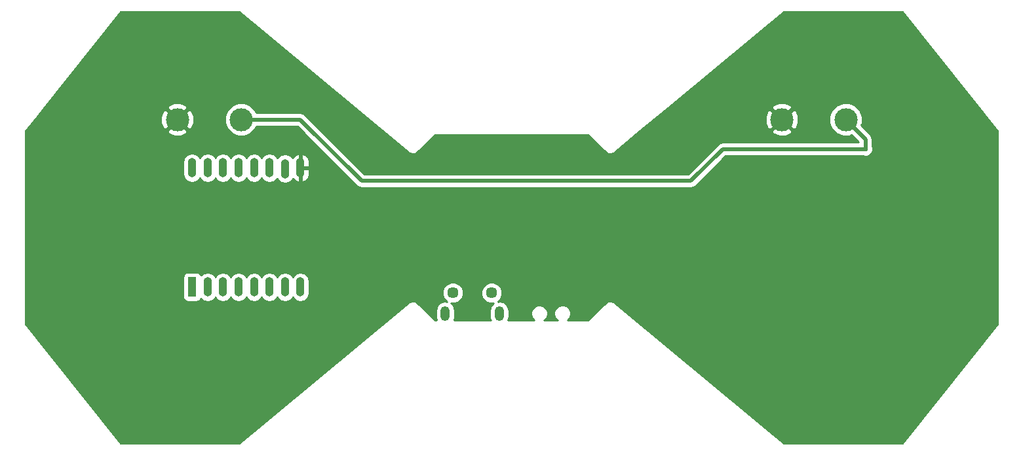
<source format=gbl>
G04 #@! TF.FileFunction,Copper,L2,Bot,Signal*
%FSLAX46Y46*%
G04 Gerber Fmt 4.6, Leading zero omitted, Abs format (unit mm)*
G04 Created by KiCad (PCBNEW 4.0.5) date Sunday, March 11, 2018 'PMt' 06:28:43 PM*
%MOMM*%
%LPD*%
G01*
G04 APERTURE LIST*
%ADD10C,0.100000*%
%ADD11C,1.450000*%
%ADD12O,1.200000X1.900000*%
%ADD13R,1.100000X2.500000*%
%ADD14O,1.100000X2.500000*%
%ADD15C,3.000000*%
%ADD16C,0.600000*%
%ADD17C,0.500000*%
%ADD18C,0.254000*%
G04 APERTURE END LIST*
D10*
D11*
X68620000Y-49720000D03*
X73620000Y-49720000D03*
D12*
X67620000Y-52420000D03*
X74620000Y-52420000D03*
D13*
X34925000Y-48960000D03*
D14*
X36925000Y-48960000D03*
X38925000Y-48960000D03*
X40925000Y-48960000D03*
X42925000Y-48960000D03*
X44925000Y-48960000D03*
X46925000Y-48960000D03*
X48925000Y-48960000D03*
X48925000Y-33560000D03*
X46925000Y-33660000D03*
X44925000Y-33560000D03*
X42925000Y-33560000D03*
X40925000Y-33560000D03*
X38925000Y-33560000D03*
X36925000Y-33560000D03*
X34925000Y-33560000D03*
D15*
X111125000Y-27305000D03*
X33020000Y-27305000D03*
X119380000Y-27305000D03*
X41275000Y-27305000D03*
D16*
X121920000Y-41910000D03*
X109220000Y-43180000D03*
X93980000Y-53340000D03*
X121920000Y-31115000D03*
D17*
X41275000Y-30480000D02*
X36195000Y-30480000D01*
X99377500Y-37782500D02*
X103505000Y-41910000D01*
X99377500Y-37782500D02*
X57150000Y-37782500D01*
X121920000Y-41910000D02*
X103505000Y-41910000D01*
X49530000Y-30480000D02*
X41275000Y-30480000D01*
X56832500Y-37782500D02*
X49530000Y-30480000D01*
X57150000Y-37782500D02*
X56832500Y-37782500D01*
X36195000Y-30480000D02*
X33020000Y-27305000D01*
X124460000Y-39370000D02*
X124460000Y-26670000D01*
X121920000Y-41910000D02*
X124460000Y-39370000D01*
X114300000Y-24130000D02*
X111125000Y-27305000D01*
X121920000Y-24130000D02*
X114300000Y-24130000D01*
X124460000Y-26670000D02*
X121920000Y-24130000D01*
X106045000Y-46355000D02*
X100965000Y-46355000D01*
X109220000Y-43180000D02*
X106045000Y-46355000D01*
X100965000Y-46355000D02*
X93980000Y-53340000D01*
X58102500Y-35242500D02*
X56832500Y-35242500D01*
X121920000Y-31115000D02*
X103505000Y-31115000D01*
X62547500Y-35242500D02*
X99377500Y-35242500D01*
X99377500Y-35242500D02*
X103505000Y-31115000D01*
X62547500Y-35242500D02*
X58102500Y-35242500D01*
X48895000Y-27305000D02*
X41275000Y-27305000D01*
X56832500Y-35242500D02*
X48895000Y-27305000D01*
X121920000Y-31115000D02*
X121920000Y-29845000D01*
X121920000Y-29845000D02*
X119380000Y-27305000D01*
D18*
G36*
X63062958Y-31642465D02*
X63152876Y-31691071D01*
X63237862Y-31747857D01*
X63269607Y-31754171D01*
X63298078Y-31769562D01*
X63399746Y-31780058D01*
X63500000Y-31800000D01*
X63531745Y-31793685D01*
X63563938Y-31797009D01*
X63661887Y-31767798D01*
X63762138Y-31747857D01*
X63789049Y-31729876D01*
X63820065Y-31720626D01*
X63899381Y-31656154D01*
X63984368Y-31599368D01*
X66323736Y-29260000D01*
X86076264Y-29260000D01*
X88415632Y-31599368D01*
X88500619Y-31656154D01*
X88579935Y-31720626D01*
X88610951Y-31729876D01*
X88637862Y-31747857D01*
X88738109Y-31767797D01*
X88836062Y-31797009D01*
X88868258Y-31793685D01*
X88900000Y-31799999D01*
X89000247Y-31780059D01*
X89101922Y-31769562D01*
X89130394Y-31754171D01*
X89162138Y-31747857D01*
X89247124Y-31691071D01*
X89337042Y-31642465D01*
X92744708Y-28818970D01*
X109790635Y-28818970D01*
X109950418Y-29137739D01*
X110741187Y-29447723D01*
X111590387Y-29431497D01*
X112299582Y-29137739D01*
X112459365Y-28818970D01*
X111125000Y-27484605D01*
X109790635Y-28818970D01*
X92744708Y-28818970D01*
X95035136Y-26921187D01*
X108982277Y-26921187D01*
X108998503Y-27770387D01*
X109292261Y-28479582D01*
X109611030Y-28639365D01*
X110945395Y-27305000D01*
X111304605Y-27305000D01*
X112638970Y-28639365D01*
X112957739Y-28479582D01*
X113267723Y-27688813D01*
X113251497Y-26839613D01*
X112957739Y-26130418D01*
X112638970Y-25970635D01*
X111304605Y-27305000D01*
X110945395Y-27305000D01*
X109611030Y-25970635D01*
X109292261Y-26130418D01*
X108982277Y-26921187D01*
X95035136Y-26921187D01*
X96399118Y-25791030D01*
X109790635Y-25791030D01*
X111125000Y-27125395D01*
X112459365Y-25791030D01*
X112299582Y-25472261D01*
X111508813Y-25162277D01*
X110659613Y-25178503D01*
X109950418Y-25472261D01*
X109790635Y-25791030D01*
X96399118Y-25791030D01*
X111371914Y-13385000D01*
X126670772Y-13385000D01*
X139015000Y-28815285D01*
X139015000Y-53734715D01*
X126670772Y-69165000D01*
X111371914Y-69165000D01*
X89337042Y-50907535D01*
X89247124Y-50858929D01*
X89162138Y-50802143D01*
X89130394Y-50795829D01*
X89101922Y-50780438D01*
X89000247Y-50769941D01*
X88900000Y-50750001D01*
X88868258Y-50756315D01*
X88836062Y-50752991D01*
X88738109Y-50782203D01*
X88637862Y-50802143D01*
X88610951Y-50820124D01*
X88579935Y-50829374D01*
X88500619Y-50893846D01*
X88415632Y-50950632D01*
X86076264Y-53290000D01*
X83424207Y-53290000D01*
X83699282Y-53015405D01*
X83864811Y-52616767D01*
X83865188Y-52185127D01*
X83700354Y-51786200D01*
X83395405Y-51480718D01*
X82996767Y-51315189D01*
X82565127Y-51314812D01*
X82166200Y-51479646D01*
X81860718Y-51784595D01*
X81695189Y-52183233D01*
X81694812Y-52614873D01*
X81859646Y-53013800D01*
X82135364Y-53290000D01*
X80424207Y-53290000D01*
X80699282Y-53015405D01*
X80864811Y-52616767D01*
X80865188Y-52185127D01*
X80700354Y-51786200D01*
X80395405Y-51480718D01*
X79996767Y-51315189D01*
X79565127Y-51314812D01*
X79166200Y-51479646D01*
X78860718Y-51784595D01*
X78695189Y-52183233D01*
X78694812Y-52614873D01*
X78859646Y-53013800D01*
X79135364Y-53290000D01*
X75750077Y-53290000D01*
X75760991Y-53273666D01*
X75855000Y-52801052D01*
X75855000Y-52038948D01*
X75760991Y-51566334D01*
X75493277Y-51165671D01*
X75092614Y-50897957D01*
X74620000Y-50803948D01*
X74419148Y-50843900D01*
X74772280Y-50491384D01*
X74979763Y-49991708D01*
X74980236Y-49450666D01*
X74773624Y-48950628D01*
X74391384Y-48567720D01*
X73891708Y-48360237D01*
X73350666Y-48359764D01*
X72850628Y-48566376D01*
X72467720Y-48948616D01*
X72260237Y-49448292D01*
X72259764Y-49989334D01*
X72466376Y-50489372D01*
X72848616Y-50872280D01*
X73348292Y-51079763D01*
X73874605Y-51080223D01*
X73746723Y-51165671D01*
X73479009Y-51566334D01*
X73385000Y-52038948D01*
X73385000Y-52801052D01*
X73479009Y-53273666D01*
X73489923Y-53290000D01*
X68750077Y-53290000D01*
X68760991Y-53273666D01*
X68855000Y-52801052D01*
X68855000Y-52038948D01*
X68760991Y-51566334D01*
X68493277Y-51165671D01*
X68364728Y-51079777D01*
X68889334Y-51080236D01*
X69389372Y-50873624D01*
X69772280Y-50491384D01*
X69979763Y-49991708D01*
X69980236Y-49450666D01*
X69773624Y-48950628D01*
X69391384Y-48567720D01*
X68891708Y-48360237D01*
X68350666Y-48359764D01*
X67850628Y-48566376D01*
X67467720Y-48948616D01*
X67260237Y-49448292D01*
X67259764Y-49989334D01*
X67466376Y-50489372D01*
X67820145Y-50843759D01*
X67620000Y-50803948D01*
X67147386Y-50897957D01*
X66746723Y-51165671D01*
X66479009Y-51566334D01*
X66385000Y-52038948D01*
X66385000Y-52801052D01*
X66479009Y-53273666D01*
X66489923Y-53290000D01*
X66323736Y-53290000D01*
X63984368Y-50950632D01*
X63899381Y-50893846D01*
X63820065Y-50829374D01*
X63789049Y-50820124D01*
X63762138Y-50802143D01*
X63661887Y-50782202D01*
X63563938Y-50752991D01*
X63531745Y-50756315D01*
X63500000Y-50750000D01*
X63399746Y-50769942D01*
X63298078Y-50780438D01*
X63269607Y-50795829D01*
X63237862Y-50802143D01*
X63152876Y-50858929D01*
X63062958Y-50907535D01*
X41028086Y-69165000D01*
X25729228Y-69165000D01*
X13385000Y-53734715D01*
X13385000Y-47710000D01*
X33727560Y-47710000D01*
X33727560Y-50210000D01*
X33771838Y-50445317D01*
X33910910Y-50661441D01*
X34123110Y-50806431D01*
X34375000Y-50857440D01*
X35475000Y-50857440D01*
X35710317Y-50813162D01*
X35926441Y-50674090D01*
X36054694Y-50486385D01*
X36087078Y-50534851D01*
X36471520Y-50791726D01*
X36925000Y-50881929D01*
X37378480Y-50791726D01*
X37762922Y-50534851D01*
X37925000Y-50292283D01*
X38087078Y-50534851D01*
X38471520Y-50791726D01*
X38925000Y-50881929D01*
X39378480Y-50791726D01*
X39762922Y-50534851D01*
X39925000Y-50292283D01*
X40087078Y-50534851D01*
X40471520Y-50791726D01*
X40925000Y-50881929D01*
X41378480Y-50791726D01*
X41762922Y-50534851D01*
X41925000Y-50292283D01*
X42087078Y-50534851D01*
X42471520Y-50791726D01*
X42925000Y-50881929D01*
X43378480Y-50791726D01*
X43762922Y-50534851D01*
X43925000Y-50292283D01*
X44087078Y-50534851D01*
X44471520Y-50791726D01*
X44925000Y-50881929D01*
X45378480Y-50791726D01*
X45762922Y-50534851D01*
X45925000Y-50292283D01*
X46087078Y-50534851D01*
X46471520Y-50791726D01*
X46925000Y-50881929D01*
X47378480Y-50791726D01*
X47762922Y-50534851D01*
X47925000Y-50292283D01*
X48087078Y-50534851D01*
X48471520Y-50791726D01*
X48925000Y-50881929D01*
X49378480Y-50791726D01*
X49762922Y-50534851D01*
X50019797Y-50150409D01*
X50110000Y-49696929D01*
X50110000Y-48223071D01*
X50019797Y-47769591D01*
X49762922Y-47385149D01*
X49378480Y-47128274D01*
X48925000Y-47038071D01*
X48471520Y-47128274D01*
X48087078Y-47385149D01*
X47925000Y-47627717D01*
X47762922Y-47385149D01*
X47378480Y-47128274D01*
X46925000Y-47038071D01*
X46471520Y-47128274D01*
X46087078Y-47385149D01*
X45925000Y-47627717D01*
X45762922Y-47385149D01*
X45378480Y-47128274D01*
X44925000Y-47038071D01*
X44471520Y-47128274D01*
X44087078Y-47385149D01*
X43925000Y-47627717D01*
X43762922Y-47385149D01*
X43378480Y-47128274D01*
X42925000Y-47038071D01*
X42471520Y-47128274D01*
X42087078Y-47385149D01*
X41925000Y-47627717D01*
X41762922Y-47385149D01*
X41378480Y-47128274D01*
X40925000Y-47038071D01*
X40471520Y-47128274D01*
X40087078Y-47385149D01*
X39925000Y-47627717D01*
X39762922Y-47385149D01*
X39378480Y-47128274D01*
X38925000Y-47038071D01*
X38471520Y-47128274D01*
X38087078Y-47385149D01*
X37925000Y-47627717D01*
X37762922Y-47385149D01*
X37378480Y-47128274D01*
X36925000Y-47038071D01*
X36471520Y-47128274D01*
X36087078Y-47385149D01*
X36053187Y-47435871D01*
X35939090Y-47258559D01*
X35726890Y-47113569D01*
X35475000Y-47062560D01*
X34375000Y-47062560D01*
X34139683Y-47106838D01*
X33923559Y-47245910D01*
X33778569Y-47458110D01*
X33727560Y-47710000D01*
X13385000Y-47710000D01*
X13385000Y-32823071D01*
X33740000Y-32823071D01*
X33740000Y-34296929D01*
X33830203Y-34750409D01*
X34087078Y-35134851D01*
X34471520Y-35391726D01*
X34925000Y-35481929D01*
X35378480Y-35391726D01*
X35762922Y-35134851D01*
X35925000Y-34892283D01*
X36087078Y-35134851D01*
X36471520Y-35391726D01*
X36925000Y-35481929D01*
X37378480Y-35391726D01*
X37762922Y-35134851D01*
X37925000Y-34892283D01*
X38087078Y-35134851D01*
X38471520Y-35391726D01*
X38925000Y-35481929D01*
X39378480Y-35391726D01*
X39762922Y-35134851D01*
X39925000Y-34892283D01*
X40087078Y-35134851D01*
X40471520Y-35391726D01*
X40925000Y-35481929D01*
X41378480Y-35391726D01*
X41762922Y-35134851D01*
X41925000Y-34892283D01*
X42087078Y-35134851D01*
X42471520Y-35391726D01*
X42925000Y-35481929D01*
X43378480Y-35391726D01*
X43762922Y-35134851D01*
X43925000Y-34892283D01*
X44087078Y-35134851D01*
X44471520Y-35391726D01*
X44925000Y-35481929D01*
X45378480Y-35391726D01*
X45762922Y-35134851D01*
X45891591Y-34942283D01*
X46087078Y-35234851D01*
X46471520Y-35491726D01*
X46925000Y-35581929D01*
X47378480Y-35491726D01*
X47762922Y-35234851D01*
X47964405Y-34933309D01*
X48176882Y-35187724D01*
X48588854Y-35403398D01*
X48615256Y-35403803D01*
X48798000Y-35278361D01*
X48798000Y-33687000D01*
X49052000Y-33687000D01*
X49052000Y-35278361D01*
X49234744Y-35403803D01*
X49261146Y-35403398D01*
X49673118Y-35187724D01*
X49971196Y-34830813D01*
X50110000Y-34387000D01*
X50110000Y-33687000D01*
X49052000Y-33687000D01*
X48798000Y-33687000D01*
X48778000Y-33687000D01*
X48778000Y-33433000D01*
X48798000Y-33433000D01*
X48798000Y-31841639D01*
X49052000Y-31841639D01*
X49052000Y-33433000D01*
X50110000Y-33433000D01*
X50110000Y-32733000D01*
X49971196Y-32289187D01*
X49673118Y-31932276D01*
X49261146Y-31716602D01*
X49234744Y-31716197D01*
X49052000Y-31841639D01*
X48798000Y-31841639D01*
X48615256Y-31716197D01*
X48588854Y-31716602D01*
X48176882Y-31932276D01*
X47890165Y-32275583D01*
X47762922Y-32085149D01*
X47378480Y-31828274D01*
X46925000Y-31738071D01*
X46471520Y-31828274D01*
X46087078Y-32085149D01*
X45958409Y-32277717D01*
X45762922Y-31985149D01*
X45378480Y-31728274D01*
X44925000Y-31638071D01*
X44471520Y-31728274D01*
X44087078Y-31985149D01*
X43925000Y-32227717D01*
X43762922Y-31985149D01*
X43378480Y-31728274D01*
X42925000Y-31638071D01*
X42471520Y-31728274D01*
X42087078Y-31985149D01*
X41925000Y-32227717D01*
X41762922Y-31985149D01*
X41378480Y-31728274D01*
X40925000Y-31638071D01*
X40471520Y-31728274D01*
X40087078Y-31985149D01*
X39925000Y-32227717D01*
X39762922Y-31985149D01*
X39378480Y-31728274D01*
X38925000Y-31638071D01*
X38471520Y-31728274D01*
X38087078Y-31985149D01*
X37925000Y-32227717D01*
X37762922Y-31985149D01*
X37378480Y-31728274D01*
X36925000Y-31638071D01*
X36471520Y-31728274D01*
X36087078Y-31985149D01*
X35925000Y-32227717D01*
X35762922Y-31985149D01*
X35378480Y-31728274D01*
X34925000Y-31638071D01*
X34471520Y-31728274D01*
X34087078Y-31985149D01*
X33830203Y-32369591D01*
X33740000Y-32823071D01*
X13385000Y-32823071D01*
X13385000Y-28818970D01*
X31685635Y-28818970D01*
X31845418Y-29137739D01*
X32636187Y-29447723D01*
X33485387Y-29431497D01*
X34194582Y-29137739D01*
X34354365Y-28818970D01*
X33020000Y-27484605D01*
X31685635Y-28818970D01*
X13385000Y-28818970D01*
X13385000Y-28815285D01*
X14900278Y-26921187D01*
X30877277Y-26921187D01*
X30893503Y-27770387D01*
X31187261Y-28479582D01*
X31506030Y-28639365D01*
X32840395Y-27305000D01*
X33199605Y-27305000D01*
X34533970Y-28639365D01*
X34852739Y-28479582D01*
X35147434Y-27727815D01*
X39139630Y-27727815D01*
X39463980Y-28512800D01*
X40064041Y-29113909D01*
X40848459Y-29439628D01*
X41697815Y-29440370D01*
X42482800Y-29116020D01*
X43083909Y-28515959D01*
X43219259Y-28190000D01*
X48528420Y-28190000D01*
X56206708Y-35868287D01*
X56206710Y-35868290D01*
X56493825Y-36060133D01*
X56832500Y-36127501D01*
X56832505Y-36127500D01*
X99377495Y-36127500D01*
X99377500Y-36127501D01*
X99659984Y-36071310D01*
X99716175Y-36060133D01*
X100003290Y-35868290D01*
X100003291Y-35868289D01*
X103871579Y-32000000D01*
X121613178Y-32000000D01*
X121733201Y-32049838D01*
X122105167Y-32050162D01*
X122448943Y-31908117D01*
X122712192Y-31645327D01*
X122854838Y-31301799D01*
X122855162Y-30929833D01*
X122805000Y-30808431D01*
X122805000Y-29845000D01*
X122737633Y-29506325D01*
X122545790Y-29219210D01*
X122545787Y-29219208D01*
X121380687Y-28054107D01*
X121514628Y-27731541D01*
X121515370Y-26882185D01*
X121191020Y-26097200D01*
X120590959Y-25496091D01*
X119806541Y-25170372D01*
X118957185Y-25169630D01*
X118172200Y-25493980D01*
X117571091Y-26094041D01*
X117245372Y-26878459D01*
X117244630Y-27727815D01*
X117568980Y-28512800D01*
X118169041Y-29113909D01*
X118953459Y-29439628D01*
X119802815Y-29440370D01*
X120129009Y-29305589D01*
X121035000Y-30211579D01*
X121035000Y-30230000D01*
X103505000Y-30230000D01*
X103166325Y-30297367D01*
X102879210Y-30489210D01*
X102879208Y-30489213D01*
X99010920Y-34357500D01*
X57199079Y-34357500D01*
X49520790Y-26679210D01*
X49233675Y-26487367D01*
X49177484Y-26476190D01*
X48895000Y-26419999D01*
X48894995Y-26420000D01*
X43219399Y-26420000D01*
X43086020Y-26097200D01*
X42485959Y-25496091D01*
X41701541Y-25170372D01*
X40852185Y-25169630D01*
X40067200Y-25493980D01*
X39466091Y-26094041D01*
X39140372Y-26878459D01*
X39139630Y-27727815D01*
X35147434Y-27727815D01*
X35162723Y-27688813D01*
X35146497Y-26839613D01*
X34852739Y-26130418D01*
X34533970Y-25970635D01*
X33199605Y-27305000D01*
X32840395Y-27305000D01*
X31506030Y-25970635D01*
X31187261Y-26130418D01*
X30877277Y-26921187D01*
X14900278Y-26921187D01*
X15804403Y-25791030D01*
X31685635Y-25791030D01*
X33020000Y-27125395D01*
X34354365Y-25791030D01*
X34194582Y-25472261D01*
X33403813Y-25162277D01*
X32554613Y-25178503D01*
X31845418Y-25472261D01*
X31685635Y-25791030D01*
X15804403Y-25791030D01*
X25729228Y-13385000D01*
X41028086Y-13385000D01*
X63062958Y-31642465D01*
X63062958Y-31642465D01*
G37*
X63062958Y-31642465D02*
X63152876Y-31691071D01*
X63237862Y-31747857D01*
X63269607Y-31754171D01*
X63298078Y-31769562D01*
X63399746Y-31780058D01*
X63500000Y-31800000D01*
X63531745Y-31793685D01*
X63563938Y-31797009D01*
X63661887Y-31767798D01*
X63762138Y-31747857D01*
X63789049Y-31729876D01*
X63820065Y-31720626D01*
X63899381Y-31656154D01*
X63984368Y-31599368D01*
X66323736Y-29260000D01*
X86076264Y-29260000D01*
X88415632Y-31599368D01*
X88500619Y-31656154D01*
X88579935Y-31720626D01*
X88610951Y-31729876D01*
X88637862Y-31747857D01*
X88738109Y-31767797D01*
X88836062Y-31797009D01*
X88868258Y-31793685D01*
X88900000Y-31799999D01*
X89000247Y-31780059D01*
X89101922Y-31769562D01*
X89130394Y-31754171D01*
X89162138Y-31747857D01*
X89247124Y-31691071D01*
X89337042Y-31642465D01*
X92744708Y-28818970D01*
X109790635Y-28818970D01*
X109950418Y-29137739D01*
X110741187Y-29447723D01*
X111590387Y-29431497D01*
X112299582Y-29137739D01*
X112459365Y-28818970D01*
X111125000Y-27484605D01*
X109790635Y-28818970D01*
X92744708Y-28818970D01*
X95035136Y-26921187D01*
X108982277Y-26921187D01*
X108998503Y-27770387D01*
X109292261Y-28479582D01*
X109611030Y-28639365D01*
X110945395Y-27305000D01*
X111304605Y-27305000D01*
X112638970Y-28639365D01*
X112957739Y-28479582D01*
X113267723Y-27688813D01*
X113251497Y-26839613D01*
X112957739Y-26130418D01*
X112638970Y-25970635D01*
X111304605Y-27305000D01*
X110945395Y-27305000D01*
X109611030Y-25970635D01*
X109292261Y-26130418D01*
X108982277Y-26921187D01*
X95035136Y-26921187D01*
X96399118Y-25791030D01*
X109790635Y-25791030D01*
X111125000Y-27125395D01*
X112459365Y-25791030D01*
X112299582Y-25472261D01*
X111508813Y-25162277D01*
X110659613Y-25178503D01*
X109950418Y-25472261D01*
X109790635Y-25791030D01*
X96399118Y-25791030D01*
X111371914Y-13385000D01*
X126670772Y-13385000D01*
X139015000Y-28815285D01*
X139015000Y-53734715D01*
X126670772Y-69165000D01*
X111371914Y-69165000D01*
X89337042Y-50907535D01*
X89247124Y-50858929D01*
X89162138Y-50802143D01*
X89130394Y-50795829D01*
X89101922Y-50780438D01*
X89000247Y-50769941D01*
X88900000Y-50750001D01*
X88868258Y-50756315D01*
X88836062Y-50752991D01*
X88738109Y-50782203D01*
X88637862Y-50802143D01*
X88610951Y-50820124D01*
X88579935Y-50829374D01*
X88500619Y-50893846D01*
X88415632Y-50950632D01*
X86076264Y-53290000D01*
X83424207Y-53290000D01*
X83699282Y-53015405D01*
X83864811Y-52616767D01*
X83865188Y-52185127D01*
X83700354Y-51786200D01*
X83395405Y-51480718D01*
X82996767Y-51315189D01*
X82565127Y-51314812D01*
X82166200Y-51479646D01*
X81860718Y-51784595D01*
X81695189Y-52183233D01*
X81694812Y-52614873D01*
X81859646Y-53013800D01*
X82135364Y-53290000D01*
X80424207Y-53290000D01*
X80699282Y-53015405D01*
X80864811Y-52616767D01*
X80865188Y-52185127D01*
X80700354Y-51786200D01*
X80395405Y-51480718D01*
X79996767Y-51315189D01*
X79565127Y-51314812D01*
X79166200Y-51479646D01*
X78860718Y-51784595D01*
X78695189Y-52183233D01*
X78694812Y-52614873D01*
X78859646Y-53013800D01*
X79135364Y-53290000D01*
X75750077Y-53290000D01*
X75760991Y-53273666D01*
X75855000Y-52801052D01*
X75855000Y-52038948D01*
X75760991Y-51566334D01*
X75493277Y-51165671D01*
X75092614Y-50897957D01*
X74620000Y-50803948D01*
X74419148Y-50843900D01*
X74772280Y-50491384D01*
X74979763Y-49991708D01*
X74980236Y-49450666D01*
X74773624Y-48950628D01*
X74391384Y-48567720D01*
X73891708Y-48360237D01*
X73350666Y-48359764D01*
X72850628Y-48566376D01*
X72467720Y-48948616D01*
X72260237Y-49448292D01*
X72259764Y-49989334D01*
X72466376Y-50489372D01*
X72848616Y-50872280D01*
X73348292Y-51079763D01*
X73874605Y-51080223D01*
X73746723Y-51165671D01*
X73479009Y-51566334D01*
X73385000Y-52038948D01*
X73385000Y-52801052D01*
X73479009Y-53273666D01*
X73489923Y-53290000D01*
X68750077Y-53290000D01*
X68760991Y-53273666D01*
X68855000Y-52801052D01*
X68855000Y-52038948D01*
X68760991Y-51566334D01*
X68493277Y-51165671D01*
X68364728Y-51079777D01*
X68889334Y-51080236D01*
X69389372Y-50873624D01*
X69772280Y-50491384D01*
X69979763Y-49991708D01*
X69980236Y-49450666D01*
X69773624Y-48950628D01*
X69391384Y-48567720D01*
X68891708Y-48360237D01*
X68350666Y-48359764D01*
X67850628Y-48566376D01*
X67467720Y-48948616D01*
X67260237Y-49448292D01*
X67259764Y-49989334D01*
X67466376Y-50489372D01*
X67820145Y-50843759D01*
X67620000Y-50803948D01*
X67147386Y-50897957D01*
X66746723Y-51165671D01*
X66479009Y-51566334D01*
X66385000Y-52038948D01*
X66385000Y-52801052D01*
X66479009Y-53273666D01*
X66489923Y-53290000D01*
X66323736Y-53290000D01*
X63984368Y-50950632D01*
X63899381Y-50893846D01*
X63820065Y-50829374D01*
X63789049Y-50820124D01*
X63762138Y-50802143D01*
X63661887Y-50782202D01*
X63563938Y-50752991D01*
X63531745Y-50756315D01*
X63500000Y-50750000D01*
X63399746Y-50769942D01*
X63298078Y-50780438D01*
X63269607Y-50795829D01*
X63237862Y-50802143D01*
X63152876Y-50858929D01*
X63062958Y-50907535D01*
X41028086Y-69165000D01*
X25729228Y-69165000D01*
X13385000Y-53734715D01*
X13385000Y-47710000D01*
X33727560Y-47710000D01*
X33727560Y-50210000D01*
X33771838Y-50445317D01*
X33910910Y-50661441D01*
X34123110Y-50806431D01*
X34375000Y-50857440D01*
X35475000Y-50857440D01*
X35710317Y-50813162D01*
X35926441Y-50674090D01*
X36054694Y-50486385D01*
X36087078Y-50534851D01*
X36471520Y-50791726D01*
X36925000Y-50881929D01*
X37378480Y-50791726D01*
X37762922Y-50534851D01*
X37925000Y-50292283D01*
X38087078Y-50534851D01*
X38471520Y-50791726D01*
X38925000Y-50881929D01*
X39378480Y-50791726D01*
X39762922Y-50534851D01*
X39925000Y-50292283D01*
X40087078Y-50534851D01*
X40471520Y-50791726D01*
X40925000Y-50881929D01*
X41378480Y-50791726D01*
X41762922Y-50534851D01*
X41925000Y-50292283D01*
X42087078Y-50534851D01*
X42471520Y-50791726D01*
X42925000Y-50881929D01*
X43378480Y-50791726D01*
X43762922Y-50534851D01*
X43925000Y-50292283D01*
X44087078Y-50534851D01*
X44471520Y-50791726D01*
X44925000Y-50881929D01*
X45378480Y-50791726D01*
X45762922Y-50534851D01*
X45925000Y-50292283D01*
X46087078Y-50534851D01*
X46471520Y-50791726D01*
X46925000Y-50881929D01*
X47378480Y-50791726D01*
X47762922Y-50534851D01*
X47925000Y-50292283D01*
X48087078Y-50534851D01*
X48471520Y-50791726D01*
X48925000Y-50881929D01*
X49378480Y-50791726D01*
X49762922Y-50534851D01*
X50019797Y-50150409D01*
X50110000Y-49696929D01*
X50110000Y-48223071D01*
X50019797Y-47769591D01*
X49762922Y-47385149D01*
X49378480Y-47128274D01*
X48925000Y-47038071D01*
X48471520Y-47128274D01*
X48087078Y-47385149D01*
X47925000Y-47627717D01*
X47762922Y-47385149D01*
X47378480Y-47128274D01*
X46925000Y-47038071D01*
X46471520Y-47128274D01*
X46087078Y-47385149D01*
X45925000Y-47627717D01*
X45762922Y-47385149D01*
X45378480Y-47128274D01*
X44925000Y-47038071D01*
X44471520Y-47128274D01*
X44087078Y-47385149D01*
X43925000Y-47627717D01*
X43762922Y-47385149D01*
X43378480Y-47128274D01*
X42925000Y-47038071D01*
X42471520Y-47128274D01*
X42087078Y-47385149D01*
X41925000Y-47627717D01*
X41762922Y-47385149D01*
X41378480Y-47128274D01*
X40925000Y-47038071D01*
X40471520Y-47128274D01*
X40087078Y-47385149D01*
X39925000Y-47627717D01*
X39762922Y-47385149D01*
X39378480Y-47128274D01*
X38925000Y-47038071D01*
X38471520Y-47128274D01*
X38087078Y-47385149D01*
X37925000Y-47627717D01*
X37762922Y-47385149D01*
X37378480Y-47128274D01*
X36925000Y-47038071D01*
X36471520Y-47128274D01*
X36087078Y-47385149D01*
X36053187Y-47435871D01*
X35939090Y-47258559D01*
X35726890Y-47113569D01*
X35475000Y-47062560D01*
X34375000Y-47062560D01*
X34139683Y-47106838D01*
X33923559Y-47245910D01*
X33778569Y-47458110D01*
X33727560Y-47710000D01*
X13385000Y-47710000D01*
X13385000Y-32823071D01*
X33740000Y-32823071D01*
X33740000Y-34296929D01*
X33830203Y-34750409D01*
X34087078Y-35134851D01*
X34471520Y-35391726D01*
X34925000Y-35481929D01*
X35378480Y-35391726D01*
X35762922Y-35134851D01*
X35925000Y-34892283D01*
X36087078Y-35134851D01*
X36471520Y-35391726D01*
X36925000Y-35481929D01*
X37378480Y-35391726D01*
X37762922Y-35134851D01*
X37925000Y-34892283D01*
X38087078Y-35134851D01*
X38471520Y-35391726D01*
X38925000Y-35481929D01*
X39378480Y-35391726D01*
X39762922Y-35134851D01*
X39925000Y-34892283D01*
X40087078Y-35134851D01*
X40471520Y-35391726D01*
X40925000Y-35481929D01*
X41378480Y-35391726D01*
X41762922Y-35134851D01*
X41925000Y-34892283D01*
X42087078Y-35134851D01*
X42471520Y-35391726D01*
X42925000Y-35481929D01*
X43378480Y-35391726D01*
X43762922Y-35134851D01*
X43925000Y-34892283D01*
X44087078Y-35134851D01*
X44471520Y-35391726D01*
X44925000Y-35481929D01*
X45378480Y-35391726D01*
X45762922Y-35134851D01*
X45891591Y-34942283D01*
X46087078Y-35234851D01*
X46471520Y-35491726D01*
X46925000Y-35581929D01*
X47378480Y-35491726D01*
X47762922Y-35234851D01*
X47964405Y-34933309D01*
X48176882Y-35187724D01*
X48588854Y-35403398D01*
X48615256Y-35403803D01*
X48798000Y-35278361D01*
X48798000Y-33687000D01*
X49052000Y-33687000D01*
X49052000Y-35278361D01*
X49234744Y-35403803D01*
X49261146Y-35403398D01*
X49673118Y-35187724D01*
X49971196Y-34830813D01*
X50110000Y-34387000D01*
X50110000Y-33687000D01*
X49052000Y-33687000D01*
X48798000Y-33687000D01*
X48778000Y-33687000D01*
X48778000Y-33433000D01*
X48798000Y-33433000D01*
X48798000Y-31841639D01*
X49052000Y-31841639D01*
X49052000Y-33433000D01*
X50110000Y-33433000D01*
X50110000Y-32733000D01*
X49971196Y-32289187D01*
X49673118Y-31932276D01*
X49261146Y-31716602D01*
X49234744Y-31716197D01*
X49052000Y-31841639D01*
X48798000Y-31841639D01*
X48615256Y-31716197D01*
X48588854Y-31716602D01*
X48176882Y-31932276D01*
X47890165Y-32275583D01*
X47762922Y-32085149D01*
X47378480Y-31828274D01*
X46925000Y-31738071D01*
X46471520Y-31828274D01*
X46087078Y-32085149D01*
X45958409Y-32277717D01*
X45762922Y-31985149D01*
X45378480Y-31728274D01*
X44925000Y-31638071D01*
X44471520Y-31728274D01*
X44087078Y-31985149D01*
X43925000Y-32227717D01*
X43762922Y-31985149D01*
X43378480Y-31728274D01*
X42925000Y-31638071D01*
X42471520Y-31728274D01*
X42087078Y-31985149D01*
X41925000Y-32227717D01*
X41762922Y-31985149D01*
X41378480Y-31728274D01*
X40925000Y-31638071D01*
X40471520Y-31728274D01*
X40087078Y-31985149D01*
X39925000Y-32227717D01*
X39762922Y-31985149D01*
X39378480Y-31728274D01*
X38925000Y-31638071D01*
X38471520Y-31728274D01*
X38087078Y-31985149D01*
X37925000Y-32227717D01*
X37762922Y-31985149D01*
X37378480Y-31728274D01*
X36925000Y-31638071D01*
X36471520Y-31728274D01*
X36087078Y-31985149D01*
X35925000Y-32227717D01*
X35762922Y-31985149D01*
X35378480Y-31728274D01*
X34925000Y-31638071D01*
X34471520Y-31728274D01*
X34087078Y-31985149D01*
X33830203Y-32369591D01*
X33740000Y-32823071D01*
X13385000Y-32823071D01*
X13385000Y-28818970D01*
X31685635Y-28818970D01*
X31845418Y-29137739D01*
X32636187Y-29447723D01*
X33485387Y-29431497D01*
X34194582Y-29137739D01*
X34354365Y-28818970D01*
X33020000Y-27484605D01*
X31685635Y-28818970D01*
X13385000Y-28818970D01*
X13385000Y-28815285D01*
X14900278Y-26921187D01*
X30877277Y-26921187D01*
X30893503Y-27770387D01*
X31187261Y-28479582D01*
X31506030Y-28639365D01*
X32840395Y-27305000D01*
X33199605Y-27305000D01*
X34533970Y-28639365D01*
X34852739Y-28479582D01*
X35147434Y-27727815D01*
X39139630Y-27727815D01*
X39463980Y-28512800D01*
X40064041Y-29113909D01*
X40848459Y-29439628D01*
X41697815Y-29440370D01*
X42482800Y-29116020D01*
X43083909Y-28515959D01*
X43219259Y-28190000D01*
X48528420Y-28190000D01*
X56206708Y-35868287D01*
X56206710Y-35868290D01*
X56493825Y-36060133D01*
X56832500Y-36127501D01*
X56832505Y-36127500D01*
X99377495Y-36127500D01*
X99377500Y-36127501D01*
X99659984Y-36071310D01*
X99716175Y-36060133D01*
X100003290Y-35868290D01*
X100003291Y-35868289D01*
X103871579Y-32000000D01*
X121613178Y-32000000D01*
X121733201Y-32049838D01*
X122105167Y-32050162D01*
X122448943Y-31908117D01*
X122712192Y-31645327D01*
X122854838Y-31301799D01*
X122855162Y-30929833D01*
X122805000Y-30808431D01*
X122805000Y-29845000D01*
X122737633Y-29506325D01*
X122545790Y-29219210D01*
X122545787Y-29219208D01*
X121380687Y-28054107D01*
X121514628Y-27731541D01*
X121515370Y-26882185D01*
X121191020Y-26097200D01*
X120590959Y-25496091D01*
X119806541Y-25170372D01*
X118957185Y-25169630D01*
X118172200Y-25493980D01*
X117571091Y-26094041D01*
X117245372Y-26878459D01*
X117244630Y-27727815D01*
X117568980Y-28512800D01*
X118169041Y-29113909D01*
X118953459Y-29439628D01*
X119802815Y-29440370D01*
X120129009Y-29305589D01*
X121035000Y-30211579D01*
X121035000Y-30230000D01*
X103505000Y-30230000D01*
X103166325Y-30297367D01*
X102879210Y-30489210D01*
X102879208Y-30489213D01*
X99010920Y-34357500D01*
X57199079Y-34357500D01*
X49520790Y-26679210D01*
X49233675Y-26487367D01*
X49177484Y-26476190D01*
X48895000Y-26419999D01*
X48894995Y-26420000D01*
X43219399Y-26420000D01*
X43086020Y-26097200D01*
X42485959Y-25496091D01*
X41701541Y-25170372D01*
X40852185Y-25169630D01*
X40067200Y-25493980D01*
X39466091Y-26094041D01*
X39140372Y-26878459D01*
X39139630Y-27727815D01*
X35147434Y-27727815D01*
X35162723Y-27688813D01*
X35146497Y-26839613D01*
X34852739Y-26130418D01*
X34533970Y-25970635D01*
X33199605Y-27305000D01*
X32840395Y-27305000D01*
X31506030Y-25970635D01*
X31187261Y-26130418D01*
X30877277Y-26921187D01*
X14900278Y-26921187D01*
X15804403Y-25791030D01*
X31685635Y-25791030D01*
X33020000Y-27125395D01*
X34354365Y-25791030D01*
X34194582Y-25472261D01*
X33403813Y-25162277D01*
X32554613Y-25178503D01*
X31845418Y-25472261D01*
X31685635Y-25791030D01*
X15804403Y-25791030D01*
X25729228Y-13385000D01*
X41028086Y-13385000D01*
X63062958Y-31642465D01*
M02*

</source>
